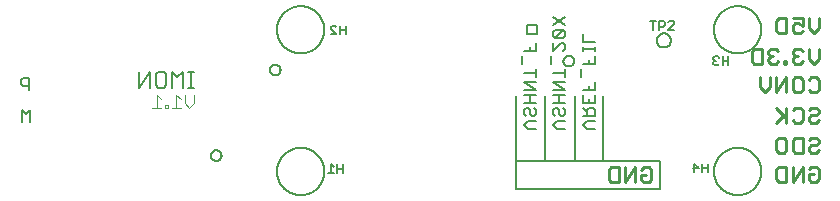
<source format=gbo>
G75*
%MOIN*%
%OFA0B0*%
%FSLAX25Y25*%
%IPPOS*%
%LPD*%
%AMOC8*
5,1,8,0,0,1.08239X$1,22.5*
%
%ADD10C,0.00500*%
%ADD11C,0.00400*%
%ADD12C,0.00900*%
%ADD13C,0.00700*%
%ADD14C,0.00591*%
%ADD15C,0.00787*%
D10*
X0124831Y0008730D02*
X0126730Y0008730D01*
X0125780Y0008730D02*
X0125780Y0011579D01*
X0126730Y0010630D01*
X0127912Y0010155D02*
X0129811Y0010155D01*
X0129811Y0011579D02*
X0129811Y0008730D01*
X0127912Y0008730D02*
X0127912Y0011579D01*
X0079948Y0037077D02*
X0078144Y0037077D01*
X0079046Y0037077D02*
X0079046Y0042487D01*
X0079948Y0042487D02*
X0078144Y0042487D01*
X0076323Y0042487D02*
X0074519Y0040684D01*
X0072716Y0042487D01*
X0072716Y0037077D01*
X0070885Y0037978D02*
X0069983Y0037077D01*
X0068180Y0037077D01*
X0067278Y0037978D01*
X0067278Y0041585D01*
X0068180Y0042487D01*
X0069983Y0042487D01*
X0070885Y0041585D01*
X0070885Y0037978D01*
X0076323Y0037077D02*
X0076323Y0042487D01*
X0065447Y0042487D02*
X0061840Y0037077D01*
X0061840Y0042487D01*
X0065447Y0042487D02*
X0065447Y0037077D01*
X0125618Y0054990D02*
X0127517Y0054990D01*
X0125618Y0056889D01*
X0125618Y0057364D01*
X0126093Y0057839D01*
X0127042Y0057839D01*
X0127517Y0057364D01*
X0128699Y0057839D02*
X0128699Y0054990D01*
X0128699Y0056415D02*
X0130599Y0056415D01*
X0130599Y0057839D02*
X0130599Y0054990D01*
X0232022Y0059414D02*
X0233922Y0059414D01*
X0232972Y0059414D02*
X0232972Y0056565D01*
X0235104Y0056565D02*
X0235104Y0059414D01*
X0236528Y0059414D01*
X0237003Y0058939D01*
X0237003Y0057989D01*
X0236528Y0057515D01*
X0235104Y0057515D01*
X0238185Y0056565D02*
X0240084Y0058464D01*
X0240084Y0058939D01*
X0239610Y0059414D01*
X0238660Y0059414D01*
X0238185Y0058939D01*
X0238185Y0056565D02*
X0240084Y0056565D01*
X0253177Y0047128D02*
X0253652Y0047603D01*
X0254601Y0047603D01*
X0255076Y0047128D01*
X0256258Y0047603D02*
X0256258Y0044754D01*
X0255076Y0045229D02*
X0254601Y0044754D01*
X0253652Y0044754D01*
X0253177Y0045229D01*
X0253177Y0045704D01*
X0253652Y0046178D01*
X0254127Y0046178D01*
X0253652Y0046178D02*
X0253177Y0046653D01*
X0253177Y0047128D01*
X0256258Y0046178D02*
X0258158Y0046178D01*
X0258158Y0044754D02*
X0258158Y0047603D01*
X0251404Y0011776D02*
X0251404Y0008927D01*
X0249505Y0008927D02*
X0249505Y0011776D01*
X0249505Y0010352D02*
X0251404Y0010352D01*
X0248323Y0010352D02*
X0246899Y0011776D01*
X0246899Y0008927D01*
X0246424Y0010352D02*
X0248323Y0010352D01*
D11*
X0079998Y0031973D02*
X0078555Y0030531D01*
X0077112Y0031973D01*
X0077112Y0034859D01*
X0075647Y0033416D02*
X0074205Y0034859D01*
X0074205Y0030531D01*
X0075647Y0030531D02*
X0072762Y0030531D01*
X0071297Y0030531D02*
X0070576Y0030531D01*
X0070576Y0031252D01*
X0071297Y0031252D01*
X0071297Y0030531D01*
X0069122Y0030531D02*
X0066237Y0030531D01*
X0067680Y0030531D02*
X0067680Y0034859D01*
X0069122Y0033416D01*
X0079998Y0034859D02*
X0079998Y0031973D01*
D12*
X0218288Y0009759D02*
X0218288Y0006419D01*
X0219123Y0005584D01*
X0221628Y0005584D01*
X0221628Y0010594D01*
X0219123Y0010594D01*
X0218288Y0009759D01*
X0223726Y0010594D02*
X0223726Y0005584D01*
X0227066Y0010594D01*
X0227066Y0005584D01*
X0229164Y0006419D02*
X0229164Y0008089D01*
X0230834Y0008089D01*
X0232504Y0009759D02*
X0232504Y0006419D01*
X0231669Y0005584D01*
X0229999Y0005584D01*
X0229164Y0006419D01*
X0229164Y0009759D02*
X0229999Y0010594D01*
X0231669Y0010594D01*
X0232504Y0009759D01*
X0274194Y0009956D02*
X0274194Y0006616D01*
X0275029Y0005781D01*
X0277534Y0005781D01*
X0277534Y0010791D01*
X0275029Y0010791D01*
X0274194Y0009956D01*
X0279631Y0010791D02*
X0279631Y0005781D01*
X0282971Y0010791D01*
X0282971Y0005781D01*
X0285069Y0006616D02*
X0285069Y0008286D01*
X0286739Y0008286D01*
X0288409Y0009956D02*
X0288409Y0006616D01*
X0287574Y0005781D01*
X0285904Y0005781D01*
X0285069Y0006616D01*
X0285069Y0009956D02*
X0285904Y0010791D01*
X0287574Y0010791D01*
X0288409Y0009956D01*
X0287574Y0015426D02*
X0285904Y0015426D01*
X0285069Y0016261D01*
X0285069Y0017096D01*
X0285904Y0017931D01*
X0287574Y0017931D01*
X0288409Y0018766D01*
X0288409Y0019601D01*
X0287574Y0020436D01*
X0285904Y0020436D01*
X0285069Y0019601D01*
X0282971Y0020436D02*
X0280466Y0020436D01*
X0279631Y0019601D01*
X0279631Y0016261D01*
X0280466Y0015426D01*
X0282971Y0015426D01*
X0282971Y0020436D01*
X0277534Y0019601D02*
X0277534Y0016261D01*
X0276699Y0015426D01*
X0275029Y0015426D01*
X0274194Y0016261D01*
X0274194Y0019601D01*
X0275029Y0020436D01*
X0276699Y0020436D01*
X0277534Y0019601D01*
X0287574Y0015426D02*
X0288409Y0016261D01*
X0287574Y0025466D02*
X0285904Y0025466D01*
X0285069Y0026301D01*
X0285069Y0027136D01*
X0285904Y0027971D01*
X0287574Y0027971D01*
X0288409Y0028806D01*
X0288409Y0029641D01*
X0287574Y0030476D01*
X0285904Y0030476D01*
X0285069Y0029641D01*
X0282971Y0029641D02*
X0282136Y0030476D01*
X0280466Y0030476D01*
X0279631Y0029641D01*
X0277534Y0030476D02*
X0277534Y0025466D01*
X0279631Y0026301D02*
X0280466Y0025466D01*
X0282136Y0025466D01*
X0282971Y0026301D01*
X0282971Y0029641D01*
X0277534Y0027136D02*
X0274194Y0030476D01*
X0276699Y0027971D02*
X0274194Y0025466D01*
X0287574Y0025466D02*
X0288409Y0026301D01*
X0287574Y0035702D02*
X0285904Y0035702D01*
X0285069Y0036537D01*
X0282971Y0036537D02*
X0282136Y0035702D01*
X0280466Y0035702D01*
X0279631Y0036537D01*
X0279631Y0039877D01*
X0280466Y0040712D01*
X0282136Y0040712D01*
X0282971Y0039877D01*
X0282971Y0036537D01*
X0277534Y0035702D02*
X0277534Y0040712D01*
X0274194Y0035702D01*
X0274194Y0040712D01*
X0272096Y0040712D02*
X0272096Y0037372D01*
X0270426Y0035702D01*
X0268756Y0037372D01*
X0268756Y0040712D01*
X0269377Y0045151D02*
X0266872Y0045151D01*
X0266037Y0045986D01*
X0266037Y0049326D01*
X0266872Y0050161D01*
X0269377Y0050161D01*
X0269377Y0045151D01*
X0271475Y0045986D02*
X0272310Y0045151D01*
X0273980Y0045151D01*
X0274815Y0045986D01*
X0276699Y0045986D02*
X0276699Y0045151D01*
X0277534Y0045151D01*
X0277534Y0045986D01*
X0276699Y0045986D01*
X0279631Y0045986D02*
X0279631Y0046821D01*
X0280466Y0047656D01*
X0281301Y0047656D01*
X0280466Y0047656D02*
X0279631Y0048491D01*
X0279631Y0049326D01*
X0280466Y0050161D01*
X0282136Y0050161D01*
X0282971Y0049326D01*
X0285069Y0050161D02*
X0285069Y0046821D01*
X0286739Y0045151D01*
X0288409Y0046821D01*
X0288409Y0050161D01*
X0282971Y0045986D02*
X0282136Y0045151D01*
X0280466Y0045151D01*
X0279631Y0045986D01*
X0273145Y0047656D02*
X0272310Y0047656D01*
X0271475Y0046821D01*
X0271475Y0045986D01*
X0272310Y0047656D02*
X0271475Y0048491D01*
X0271475Y0049326D01*
X0272310Y0050161D01*
X0273980Y0050161D01*
X0274815Y0049326D01*
X0275029Y0055387D02*
X0274194Y0056222D01*
X0274194Y0059562D01*
X0275029Y0060397D01*
X0277534Y0060397D01*
X0277534Y0055387D01*
X0275029Y0055387D01*
X0279631Y0056222D02*
X0280466Y0055387D01*
X0282136Y0055387D01*
X0282971Y0056222D01*
X0285069Y0057057D02*
X0286739Y0055387D01*
X0288409Y0057057D01*
X0288409Y0060397D01*
X0285069Y0060397D02*
X0285069Y0057057D01*
X0282971Y0057892D02*
X0281301Y0058727D01*
X0280466Y0058727D01*
X0279631Y0057892D01*
X0279631Y0056222D01*
X0282971Y0057892D02*
X0282971Y0060397D01*
X0279631Y0060397D01*
X0285904Y0040712D02*
X0287574Y0040712D01*
X0288409Y0039877D01*
X0288409Y0036537D01*
X0287574Y0035702D01*
X0285069Y0039877D02*
X0285904Y0040712D01*
D13*
X0213709Y0039133D02*
X0213709Y0036448D01*
X0209681Y0036448D01*
X0211695Y0036448D02*
X0211695Y0037790D01*
X0203867Y0036448D02*
X0199839Y0039133D01*
X0203867Y0039133D01*
X0203867Y0040798D02*
X0203867Y0043483D01*
X0203867Y0042141D02*
X0199839Y0042141D01*
X0194024Y0042141D02*
X0189996Y0042141D01*
X0194024Y0040798D02*
X0194024Y0043483D01*
X0189325Y0045148D02*
X0189325Y0047833D01*
X0189996Y0049498D02*
X0194024Y0049498D01*
X0194024Y0052184D01*
X0192010Y0050841D02*
X0192010Y0049498D01*
X0199168Y0047833D02*
X0199168Y0045148D01*
X0209010Y0043483D02*
X0209010Y0040798D01*
X0203867Y0036448D02*
X0199839Y0036448D01*
X0199839Y0034783D02*
X0203867Y0034783D01*
X0201853Y0034783D02*
X0201853Y0032098D01*
X0199839Y0032098D02*
X0203867Y0032098D01*
X0209681Y0032098D02*
X0209681Y0034783D01*
X0213709Y0034783D02*
X0213709Y0032098D01*
X0209681Y0032098D01*
X0211695Y0032098D02*
X0211695Y0033440D01*
X0211695Y0030433D02*
X0211024Y0029761D01*
X0211024Y0027747D01*
X0209681Y0027747D02*
X0213709Y0027747D01*
X0213709Y0029761D01*
X0213038Y0030433D01*
X0211695Y0030433D01*
X0211024Y0029090D02*
X0209681Y0030433D01*
X0203867Y0029761D02*
X0203867Y0028419D01*
X0203196Y0027747D01*
X0202524Y0027747D01*
X0201853Y0028419D01*
X0201853Y0029761D01*
X0201182Y0030433D01*
X0200510Y0030433D01*
X0199839Y0029761D01*
X0199839Y0028419D01*
X0200510Y0027747D01*
X0201182Y0026082D02*
X0203867Y0026082D01*
X0201182Y0026082D02*
X0199839Y0024740D01*
X0201182Y0023397D01*
X0203867Y0023397D01*
X0209681Y0024740D02*
X0211024Y0026082D01*
X0213709Y0026082D01*
X0211024Y0023397D02*
X0209681Y0024740D01*
X0211024Y0023397D02*
X0213709Y0023397D01*
X0194024Y0023397D02*
X0191339Y0023397D01*
X0189996Y0024740D01*
X0191339Y0026082D01*
X0194024Y0026082D01*
X0193353Y0027747D02*
X0192682Y0027747D01*
X0192010Y0028419D01*
X0192010Y0029761D01*
X0191339Y0030433D01*
X0190668Y0030433D01*
X0189996Y0029761D01*
X0189996Y0028419D01*
X0190668Y0027747D01*
X0193353Y0027747D02*
X0194024Y0028419D01*
X0194024Y0029761D01*
X0193353Y0030433D01*
X0194024Y0032098D02*
X0189996Y0032098D01*
X0192010Y0032098D02*
X0192010Y0034783D01*
X0194024Y0034783D02*
X0189996Y0034783D01*
X0189996Y0036448D02*
X0194024Y0036448D01*
X0189996Y0039133D01*
X0194024Y0039133D01*
X0209681Y0045148D02*
X0213709Y0045148D01*
X0213709Y0047833D01*
X0213709Y0049498D02*
X0213709Y0050841D01*
X0213709Y0050170D02*
X0209681Y0050170D01*
X0209681Y0050841D02*
X0209681Y0049498D01*
X0203867Y0050170D02*
X0203196Y0049498D01*
X0203867Y0050170D02*
X0203867Y0051512D01*
X0203196Y0052184D01*
X0202524Y0052184D01*
X0199839Y0049498D01*
X0199839Y0052184D01*
X0200510Y0053848D02*
X0203196Y0056534D01*
X0200510Y0056534D01*
X0199839Y0055862D01*
X0199839Y0054520D01*
X0200510Y0053848D01*
X0203196Y0053848D01*
X0203867Y0054520D01*
X0203867Y0055862D01*
X0203196Y0056534D01*
X0203867Y0058199D02*
X0199839Y0060884D01*
X0199839Y0058199D02*
X0203867Y0060884D01*
X0209681Y0055084D02*
X0209681Y0052398D01*
X0213709Y0052398D01*
X0211695Y0046491D02*
X0211695Y0045148D01*
X0203196Y0030433D02*
X0203867Y0029761D01*
X0025517Y0029787D02*
X0025517Y0025759D01*
X0022832Y0025759D02*
X0022832Y0029787D01*
X0024174Y0028445D01*
X0025517Y0029787D01*
X0025123Y0036389D02*
X0025123Y0040417D01*
X0023109Y0040417D01*
X0022438Y0039746D01*
X0022438Y0038403D01*
X0023109Y0037732D01*
X0025123Y0037732D01*
D14*
X0085709Y0014583D02*
X0085711Y0014667D01*
X0085717Y0014750D01*
X0085727Y0014833D01*
X0085741Y0014916D01*
X0085758Y0014998D01*
X0085780Y0015079D01*
X0085805Y0015158D01*
X0085834Y0015237D01*
X0085867Y0015314D01*
X0085903Y0015389D01*
X0085943Y0015463D01*
X0085986Y0015535D01*
X0086033Y0015604D01*
X0086083Y0015671D01*
X0086136Y0015736D01*
X0086192Y0015798D01*
X0086250Y0015858D01*
X0086312Y0015915D01*
X0086376Y0015968D01*
X0086443Y0016019D01*
X0086512Y0016066D01*
X0086583Y0016111D01*
X0086656Y0016151D01*
X0086731Y0016188D01*
X0086808Y0016222D01*
X0086886Y0016252D01*
X0086965Y0016278D01*
X0087046Y0016301D01*
X0087128Y0016319D01*
X0087210Y0016334D01*
X0087293Y0016345D01*
X0087376Y0016352D01*
X0087460Y0016355D01*
X0087544Y0016354D01*
X0087627Y0016349D01*
X0087711Y0016340D01*
X0087793Y0016327D01*
X0087875Y0016311D01*
X0087956Y0016290D01*
X0088037Y0016266D01*
X0088115Y0016238D01*
X0088193Y0016206D01*
X0088269Y0016170D01*
X0088343Y0016131D01*
X0088415Y0016089D01*
X0088485Y0016043D01*
X0088553Y0015994D01*
X0088618Y0015942D01*
X0088681Y0015887D01*
X0088741Y0015829D01*
X0088799Y0015768D01*
X0088853Y0015704D01*
X0088905Y0015638D01*
X0088953Y0015570D01*
X0088998Y0015499D01*
X0089039Y0015426D01*
X0089078Y0015352D01*
X0089112Y0015276D01*
X0089143Y0015198D01*
X0089170Y0015119D01*
X0089194Y0015038D01*
X0089213Y0014957D01*
X0089229Y0014875D01*
X0089241Y0014792D01*
X0089249Y0014708D01*
X0089253Y0014625D01*
X0089253Y0014541D01*
X0089249Y0014458D01*
X0089241Y0014374D01*
X0089229Y0014291D01*
X0089213Y0014209D01*
X0089194Y0014128D01*
X0089170Y0014047D01*
X0089143Y0013968D01*
X0089112Y0013890D01*
X0089078Y0013814D01*
X0089039Y0013740D01*
X0088998Y0013667D01*
X0088953Y0013596D01*
X0088905Y0013528D01*
X0088853Y0013462D01*
X0088799Y0013398D01*
X0088741Y0013337D01*
X0088681Y0013279D01*
X0088618Y0013224D01*
X0088553Y0013172D01*
X0088485Y0013123D01*
X0088415Y0013077D01*
X0088343Y0013035D01*
X0088269Y0012996D01*
X0088193Y0012960D01*
X0088115Y0012928D01*
X0088037Y0012900D01*
X0087956Y0012876D01*
X0087875Y0012855D01*
X0087793Y0012839D01*
X0087711Y0012826D01*
X0087627Y0012817D01*
X0087544Y0012812D01*
X0087460Y0012811D01*
X0087376Y0012814D01*
X0087293Y0012821D01*
X0087210Y0012832D01*
X0087128Y0012847D01*
X0087046Y0012865D01*
X0086965Y0012888D01*
X0086886Y0012914D01*
X0086808Y0012944D01*
X0086731Y0012978D01*
X0086656Y0013015D01*
X0086583Y0013055D01*
X0086512Y0013100D01*
X0086443Y0013147D01*
X0086376Y0013198D01*
X0086312Y0013251D01*
X0086250Y0013308D01*
X0086192Y0013368D01*
X0086136Y0013430D01*
X0086083Y0013495D01*
X0086033Y0013562D01*
X0085986Y0013631D01*
X0085943Y0013703D01*
X0085903Y0013777D01*
X0085867Y0013852D01*
X0085834Y0013929D01*
X0085805Y0014008D01*
X0085780Y0014087D01*
X0085758Y0014168D01*
X0085741Y0014250D01*
X0085727Y0014333D01*
X0085717Y0014416D01*
X0085711Y0014499D01*
X0085709Y0014583D01*
X0187284Y0012811D02*
X0187284Y0003559D01*
X0187481Y0003362D01*
X0235513Y0003362D01*
X0235513Y0012811D01*
X0216418Y0012811D01*
X0216418Y0034465D01*
X0206969Y0034465D02*
X0206969Y0012811D01*
X0216418Y0012811D01*
X0206969Y0012811D02*
X0197127Y0012811D01*
X0197127Y0034465D01*
X0187284Y0034465D02*
X0187284Y0012811D01*
X0197127Y0012811D01*
X0105394Y0043126D02*
X0105396Y0043210D01*
X0105402Y0043293D01*
X0105412Y0043376D01*
X0105426Y0043459D01*
X0105443Y0043541D01*
X0105465Y0043622D01*
X0105490Y0043701D01*
X0105519Y0043780D01*
X0105552Y0043857D01*
X0105588Y0043932D01*
X0105628Y0044006D01*
X0105671Y0044078D01*
X0105718Y0044147D01*
X0105768Y0044214D01*
X0105821Y0044279D01*
X0105877Y0044341D01*
X0105935Y0044401D01*
X0105997Y0044458D01*
X0106061Y0044511D01*
X0106128Y0044562D01*
X0106197Y0044609D01*
X0106268Y0044654D01*
X0106341Y0044694D01*
X0106416Y0044731D01*
X0106493Y0044765D01*
X0106571Y0044795D01*
X0106650Y0044821D01*
X0106731Y0044844D01*
X0106813Y0044862D01*
X0106895Y0044877D01*
X0106978Y0044888D01*
X0107061Y0044895D01*
X0107145Y0044898D01*
X0107229Y0044897D01*
X0107312Y0044892D01*
X0107396Y0044883D01*
X0107478Y0044870D01*
X0107560Y0044854D01*
X0107641Y0044833D01*
X0107722Y0044809D01*
X0107800Y0044781D01*
X0107878Y0044749D01*
X0107954Y0044713D01*
X0108028Y0044674D01*
X0108100Y0044632D01*
X0108170Y0044586D01*
X0108238Y0044537D01*
X0108303Y0044485D01*
X0108366Y0044430D01*
X0108426Y0044372D01*
X0108484Y0044311D01*
X0108538Y0044247D01*
X0108590Y0044181D01*
X0108638Y0044113D01*
X0108683Y0044042D01*
X0108724Y0043969D01*
X0108763Y0043895D01*
X0108797Y0043819D01*
X0108828Y0043741D01*
X0108855Y0043662D01*
X0108879Y0043581D01*
X0108898Y0043500D01*
X0108914Y0043418D01*
X0108926Y0043335D01*
X0108934Y0043251D01*
X0108938Y0043168D01*
X0108938Y0043084D01*
X0108934Y0043001D01*
X0108926Y0042917D01*
X0108914Y0042834D01*
X0108898Y0042752D01*
X0108879Y0042671D01*
X0108855Y0042590D01*
X0108828Y0042511D01*
X0108797Y0042433D01*
X0108763Y0042357D01*
X0108724Y0042283D01*
X0108683Y0042210D01*
X0108638Y0042139D01*
X0108590Y0042071D01*
X0108538Y0042005D01*
X0108484Y0041941D01*
X0108426Y0041880D01*
X0108366Y0041822D01*
X0108303Y0041767D01*
X0108238Y0041715D01*
X0108170Y0041666D01*
X0108100Y0041620D01*
X0108028Y0041578D01*
X0107954Y0041539D01*
X0107878Y0041503D01*
X0107800Y0041471D01*
X0107722Y0041443D01*
X0107641Y0041419D01*
X0107560Y0041398D01*
X0107478Y0041382D01*
X0107396Y0041369D01*
X0107312Y0041360D01*
X0107229Y0041355D01*
X0107145Y0041354D01*
X0107061Y0041357D01*
X0106978Y0041364D01*
X0106895Y0041375D01*
X0106813Y0041390D01*
X0106731Y0041408D01*
X0106650Y0041431D01*
X0106571Y0041457D01*
X0106493Y0041487D01*
X0106416Y0041521D01*
X0106341Y0041558D01*
X0106268Y0041598D01*
X0106197Y0041643D01*
X0106128Y0041690D01*
X0106061Y0041741D01*
X0105997Y0041794D01*
X0105935Y0041851D01*
X0105877Y0041911D01*
X0105821Y0041973D01*
X0105768Y0042038D01*
X0105718Y0042105D01*
X0105671Y0042174D01*
X0105628Y0042246D01*
X0105588Y0042320D01*
X0105552Y0042395D01*
X0105519Y0042472D01*
X0105490Y0042551D01*
X0105465Y0042630D01*
X0105443Y0042711D01*
X0105426Y0042793D01*
X0105412Y0042876D01*
X0105402Y0042959D01*
X0105396Y0043042D01*
X0105394Y0043126D01*
X0191221Y0054937D02*
X0194371Y0054937D01*
X0194371Y0058087D01*
X0191221Y0058087D01*
X0191221Y0054937D01*
X0203229Y0046079D02*
X0203231Y0046163D01*
X0203237Y0046246D01*
X0203247Y0046329D01*
X0203261Y0046412D01*
X0203278Y0046494D01*
X0203300Y0046575D01*
X0203325Y0046654D01*
X0203354Y0046733D01*
X0203387Y0046810D01*
X0203423Y0046885D01*
X0203463Y0046959D01*
X0203506Y0047031D01*
X0203553Y0047100D01*
X0203603Y0047167D01*
X0203656Y0047232D01*
X0203712Y0047294D01*
X0203770Y0047354D01*
X0203832Y0047411D01*
X0203896Y0047464D01*
X0203963Y0047515D01*
X0204032Y0047562D01*
X0204103Y0047607D01*
X0204176Y0047647D01*
X0204251Y0047684D01*
X0204328Y0047718D01*
X0204406Y0047748D01*
X0204485Y0047774D01*
X0204566Y0047797D01*
X0204648Y0047815D01*
X0204730Y0047830D01*
X0204813Y0047841D01*
X0204896Y0047848D01*
X0204980Y0047851D01*
X0205064Y0047850D01*
X0205147Y0047845D01*
X0205231Y0047836D01*
X0205313Y0047823D01*
X0205395Y0047807D01*
X0205476Y0047786D01*
X0205557Y0047762D01*
X0205635Y0047734D01*
X0205713Y0047702D01*
X0205789Y0047666D01*
X0205863Y0047627D01*
X0205935Y0047585D01*
X0206005Y0047539D01*
X0206073Y0047490D01*
X0206138Y0047438D01*
X0206201Y0047383D01*
X0206261Y0047325D01*
X0206319Y0047264D01*
X0206373Y0047200D01*
X0206425Y0047134D01*
X0206473Y0047066D01*
X0206518Y0046995D01*
X0206559Y0046922D01*
X0206598Y0046848D01*
X0206632Y0046772D01*
X0206663Y0046694D01*
X0206690Y0046615D01*
X0206714Y0046534D01*
X0206733Y0046453D01*
X0206749Y0046371D01*
X0206761Y0046288D01*
X0206769Y0046204D01*
X0206773Y0046121D01*
X0206773Y0046037D01*
X0206769Y0045954D01*
X0206761Y0045870D01*
X0206749Y0045787D01*
X0206733Y0045705D01*
X0206714Y0045624D01*
X0206690Y0045543D01*
X0206663Y0045464D01*
X0206632Y0045386D01*
X0206598Y0045310D01*
X0206559Y0045236D01*
X0206518Y0045163D01*
X0206473Y0045092D01*
X0206425Y0045024D01*
X0206373Y0044958D01*
X0206319Y0044894D01*
X0206261Y0044833D01*
X0206201Y0044775D01*
X0206138Y0044720D01*
X0206073Y0044668D01*
X0206005Y0044619D01*
X0205935Y0044573D01*
X0205863Y0044531D01*
X0205789Y0044492D01*
X0205713Y0044456D01*
X0205635Y0044424D01*
X0205557Y0044396D01*
X0205476Y0044372D01*
X0205395Y0044351D01*
X0205313Y0044335D01*
X0205231Y0044322D01*
X0205147Y0044313D01*
X0205064Y0044308D01*
X0204980Y0044307D01*
X0204896Y0044310D01*
X0204813Y0044317D01*
X0204730Y0044328D01*
X0204648Y0044343D01*
X0204566Y0044361D01*
X0204485Y0044384D01*
X0204406Y0044410D01*
X0204328Y0044440D01*
X0204251Y0044474D01*
X0204176Y0044511D01*
X0204103Y0044551D01*
X0204032Y0044596D01*
X0203963Y0044643D01*
X0203896Y0044694D01*
X0203832Y0044747D01*
X0203770Y0044804D01*
X0203712Y0044864D01*
X0203656Y0044926D01*
X0203603Y0044991D01*
X0203553Y0045058D01*
X0203506Y0045127D01*
X0203463Y0045199D01*
X0203423Y0045273D01*
X0203387Y0045348D01*
X0203354Y0045425D01*
X0203325Y0045504D01*
X0203300Y0045583D01*
X0203278Y0045664D01*
X0203261Y0045746D01*
X0203247Y0045829D01*
X0203237Y0045912D01*
X0203231Y0045995D01*
X0203229Y0046079D01*
X0234332Y0052969D02*
X0234334Y0053066D01*
X0234340Y0053163D01*
X0234350Y0053259D01*
X0234364Y0053355D01*
X0234382Y0053451D01*
X0234403Y0053545D01*
X0234429Y0053639D01*
X0234458Y0053731D01*
X0234492Y0053822D01*
X0234528Y0053912D01*
X0234569Y0054000D01*
X0234613Y0054086D01*
X0234661Y0054171D01*
X0234712Y0054253D01*
X0234766Y0054334D01*
X0234824Y0054412D01*
X0234885Y0054487D01*
X0234948Y0054560D01*
X0235015Y0054631D01*
X0235085Y0054698D01*
X0235157Y0054763D01*
X0235232Y0054824D01*
X0235310Y0054883D01*
X0235389Y0054938D01*
X0235471Y0054990D01*
X0235555Y0055038D01*
X0235641Y0055083D01*
X0235729Y0055125D01*
X0235818Y0055163D01*
X0235909Y0055197D01*
X0236001Y0055227D01*
X0236094Y0055254D01*
X0236189Y0055276D01*
X0236284Y0055295D01*
X0236380Y0055310D01*
X0236476Y0055321D01*
X0236573Y0055328D01*
X0236670Y0055331D01*
X0236767Y0055330D01*
X0236864Y0055325D01*
X0236960Y0055316D01*
X0237056Y0055303D01*
X0237152Y0055286D01*
X0237247Y0055265D01*
X0237340Y0055241D01*
X0237433Y0055212D01*
X0237525Y0055180D01*
X0237615Y0055144D01*
X0237703Y0055105D01*
X0237790Y0055061D01*
X0237875Y0055015D01*
X0237958Y0054964D01*
X0238039Y0054911D01*
X0238117Y0054854D01*
X0238194Y0054794D01*
X0238267Y0054731D01*
X0238338Y0054665D01*
X0238406Y0054596D01*
X0238472Y0054524D01*
X0238534Y0054450D01*
X0238593Y0054373D01*
X0238649Y0054294D01*
X0238702Y0054212D01*
X0238752Y0054129D01*
X0238797Y0054043D01*
X0238840Y0053956D01*
X0238879Y0053867D01*
X0238914Y0053777D01*
X0238945Y0053685D01*
X0238972Y0053592D01*
X0238996Y0053498D01*
X0239016Y0053403D01*
X0239032Y0053307D01*
X0239044Y0053211D01*
X0239052Y0053114D01*
X0239056Y0053017D01*
X0239056Y0052921D01*
X0239052Y0052824D01*
X0239044Y0052727D01*
X0239032Y0052631D01*
X0239016Y0052535D01*
X0238996Y0052440D01*
X0238972Y0052346D01*
X0238945Y0052253D01*
X0238914Y0052161D01*
X0238879Y0052071D01*
X0238840Y0051982D01*
X0238797Y0051895D01*
X0238752Y0051809D01*
X0238702Y0051726D01*
X0238649Y0051644D01*
X0238593Y0051565D01*
X0238534Y0051488D01*
X0238472Y0051414D01*
X0238406Y0051342D01*
X0238338Y0051273D01*
X0238267Y0051207D01*
X0238194Y0051144D01*
X0238117Y0051084D01*
X0238039Y0051027D01*
X0237958Y0050974D01*
X0237875Y0050923D01*
X0237790Y0050877D01*
X0237703Y0050833D01*
X0237615Y0050794D01*
X0237525Y0050758D01*
X0237433Y0050726D01*
X0237340Y0050697D01*
X0237247Y0050673D01*
X0237152Y0050652D01*
X0237056Y0050635D01*
X0236960Y0050622D01*
X0236864Y0050613D01*
X0236767Y0050608D01*
X0236670Y0050607D01*
X0236573Y0050610D01*
X0236476Y0050617D01*
X0236380Y0050628D01*
X0236284Y0050643D01*
X0236189Y0050662D01*
X0236094Y0050684D01*
X0236001Y0050711D01*
X0235909Y0050741D01*
X0235818Y0050775D01*
X0235729Y0050813D01*
X0235641Y0050855D01*
X0235555Y0050900D01*
X0235471Y0050948D01*
X0235389Y0051000D01*
X0235310Y0051055D01*
X0235232Y0051114D01*
X0235157Y0051175D01*
X0235085Y0051240D01*
X0235015Y0051307D01*
X0234948Y0051378D01*
X0234885Y0051451D01*
X0234824Y0051526D01*
X0234766Y0051604D01*
X0234712Y0051685D01*
X0234661Y0051767D01*
X0234613Y0051852D01*
X0234569Y0051938D01*
X0234528Y0052026D01*
X0234492Y0052116D01*
X0234458Y0052207D01*
X0234429Y0052299D01*
X0234403Y0052393D01*
X0234382Y0052487D01*
X0234364Y0052583D01*
X0234350Y0052679D01*
X0234340Y0052775D01*
X0234334Y0052872D01*
X0234332Y0052969D01*
D15*
X0253426Y0056512D02*
X0253428Y0056705D01*
X0253435Y0056898D01*
X0253447Y0057091D01*
X0253464Y0057284D01*
X0253485Y0057476D01*
X0253511Y0057667D01*
X0253542Y0057858D01*
X0253577Y0058048D01*
X0253617Y0058237D01*
X0253662Y0058425D01*
X0253711Y0058612D01*
X0253765Y0058798D01*
X0253823Y0058982D01*
X0253886Y0059165D01*
X0253954Y0059346D01*
X0254025Y0059525D01*
X0254102Y0059703D01*
X0254182Y0059879D01*
X0254267Y0060052D01*
X0254356Y0060224D01*
X0254449Y0060393D01*
X0254546Y0060560D01*
X0254648Y0060725D01*
X0254753Y0060887D01*
X0254862Y0061046D01*
X0254976Y0061203D01*
X0255093Y0061356D01*
X0255213Y0061507D01*
X0255338Y0061655D01*
X0255466Y0061800D01*
X0255597Y0061941D01*
X0255732Y0062080D01*
X0255871Y0062215D01*
X0256012Y0062346D01*
X0256157Y0062474D01*
X0256305Y0062599D01*
X0256456Y0062719D01*
X0256609Y0062836D01*
X0256766Y0062950D01*
X0256925Y0063059D01*
X0257087Y0063164D01*
X0257252Y0063266D01*
X0257419Y0063363D01*
X0257588Y0063456D01*
X0257760Y0063545D01*
X0257933Y0063630D01*
X0258109Y0063710D01*
X0258287Y0063787D01*
X0258466Y0063858D01*
X0258647Y0063926D01*
X0258830Y0063989D01*
X0259014Y0064047D01*
X0259200Y0064101D01*
X0259387Y0064150D01*
X0259575Y0064195D01*
X0259764Y0064235D01*
X0259954Y0064270D01*
X0260145Y0064301D01*
X0260336Y0064327D01*
X0260528Y0064348D01*
X0260721Y0064365D01*
X0260914Y0064377D01*
X0261107Y0064384D01*
X0261300Y0064386D01*
X0261493Y0064384D01*
X0261686Y0064377D01*
X0261879Y0064365D01*
X0262072Y0064348D01*
X0262264Y0064327D01*
X0262455Y0064301D01*
X0262646Y0064270D01*
X0262836Y0064235D01*
X0263025Y0064195D01*
X0263213Y0064150D01*
X0263400Y0064101D01*
X0263586Y0064047D01*
X0263770Y0063989D01*
X0263953Y0063926D01*
X0264134Y0063858D01*
X0264313Y0063787D01*
X0264491Y0063710D01*
X0264667Y0063630D01*
X0264840Y0063545D01*
X0265012Y0063456D01*
X0265181Y0063363D01*
X0265348Y0063266D01*
X0265513Y0063164D01*
X0265675Y0063059D01*
X0265834Y0062950D01*
X0265991Y0062836D01*
X0266144Y0062719D01*
X0266295Y0062599D01*
X0266443Y0062474D01*
X0266588Y0062346D01*
X0266729Y0062215D01*
X0266868Y0062080D01*
X0267003Y0061941D01*
X0267134Y0061800D01*
X0267262Y0061655D01*
X0267387Y0061507D01*
X0267507Y0061356D01*
X0267624Y0061203D01*
X0267738Y0061046D01*
X0267847Y0060887D01*
X0267952Y0060725D01*
X0268054Y0060560D01*
X0268151Y0060393D01*
X0268244Y0060224D01*
X0268333Y0060052D01*
X0268418Y0059879D01*
X0268498Y0059703D01*
X0268575Y0059525D01*
X0268646Y0059346D01*
X0268714Y0059165D01*
X0268777Y0058982D01*
X0268835Y0058798D01*
X0268889Y0058612D01*
X0268938Y0058425D01*
X0268983Y0058237D01*
X0269023Y0058048D01*
X0269058Y0057858D01*
X0269089Y0057667D01*
X0269115Y0057476D01*
X0269136Y0057284D01*
X0269153Y0057091D01*
X0269165Y0056898D01*
X0269172Y0056705D01*
X0269174Y0056512D01*
X0269172Y0056319D01*
X0269165Y0056126D01*
X0269153Y0055933D01*
X0269136Y0055740D01*
X0269115Y0055548D01*
X0269089Y0055357D01*
X0269058Y0055166D01*
X0269023Y0054976D01*
X0268983Y0054787D01*
X0268938Y0054599D01*
X0268889Y0054412D01*
X0268835Y0054226D01*
X0268777Y0054042D01*
X0268714Y0053859D01*
X0268646Y0053678D01*
X0268575Y0053499D01*
X0268498Y0053321D01*
X0268418Y0053145D01*
X0268333Y0052972D01*
X0268244Y0052800D01*
X0268151Y0052631D01*
X0268054Y0052464D01*
X0267952Y0052299D01*
X0267847Y0052137D01*
X0267738Y0051978D01*
X0267624Y0051821D01*
X0267507Y0051668D01*
X0267387Y0051517D01*
X0267262Y0051369D01*
X0267134Y0051224D01*
X0267003Y0051083D01*
X0266868Y0050944D01*
X0266729Y0050809D01*
X0266588Y0050678D01*
X0266443Y0050550D01*
X0266295Y0050425D01*
X0266144Y0050305D01*
X0265991Y0050188D01*
X0265834Y0050074D01*
X0265675Y0049965D01*
X0265513Y0049860D01*
X0265348Y0049758D01*
X0265181Y0049661D01*
X0265012Y0049568D01*
X0264840Y0049479D01*
X0264667Y0049394D01*
X0264491Y0049314D01*
X0264313Y0049237D01*
X0264134Y0049166D01*
X0263953Y0049098D01*
X0263770Y0049035D01*
X0263586Y0048977D01*
X0263400Y0048923D01*
X0263213Y0048874D01*
X0263025Y0048829D01*
X0262836Y0048789D01*
X0262646Y0048754D01*
X0262455Y0048723D01*
X0262264Y0048697D01*
X0262072Y0048676D01*
X0261879Y0048659D01*
X0261686Y0048647D01*
X0261493Y0048640D01*
X0261300Y0048638D01*
X0261107Y0048640D01*
X0260914Y0048647D01*
X0260721Y0048659D01*
X0260528Y0048676D01*
X0260336Y0048697D01*
X0260145Y0048723D01*
X0259954Y0048754D01*
X0259764Y0048789D01*
X0259575Y0048829D01*
X0259387Y0048874D01*
X0259200Y0048923D01*
X0259014Y0048977D01*
X0258830Y0049035D01*
X0258647Y0049098D01*
X0258466Y0049166D01*
X0258287Y0049237D01*
X0258109Y0049314D01*
X0257933Y0049394D01*
X0257760Y0049479D01*
X0257588Y0049568D01*
X0257419Y0049661D01*
X0257252Y0049758D01*
X0257087Y0049860D01*
X0256925Y0049965D01*
X0256766Y0050074D01*
X0256609Y0050188D01*
X0256456Y0050305D01*
X0256305Y0050425D01*
X0256157Y0050550D01*
X0256012Y0050678D01*
X0255871Y0050809D01*
X0255732Y0050944D01*
X0255597Y0051083D01*
X0255466Y0051224D01*
X0255338Y0051369D01*
X0255213Y0051517D01*
X0255093Y0051668D01*
X0254976Y0051821D01*
X0254862Y0051978D01*
X0254753Y0052137D01*
X0254648Y0052299D01*
X0254546Y0052464D01*
X0254449Y0052631D01*
X0254356Y0052800D01*
X0254267Y0052972D01*
X0254182Y0053145D01*
X0254102Y0053321D01*
X0254025Y0053499D01*
X0253954Y0053678D01*
X0253886Y0053859D01*
X0253823Y0054042D01*
X0253765Y0054226D01*
X0253711Y0054412D01*
X0253662Y0054599D01*
X0253617Y0054787D01*
X0253577Y0054976D01*
X0253542Y0055166D01*
X0253511Y0055357D01*
X0253485Y0055548D01*
X0253464Y0055740D01*
X0253447Y0055933D01*
X0253435Y0056126D01*
X0253428Y0056319D01*
X0253426Y0056512D01*
X0107757Y0056512D02*
X0107759Y0056705D01*
X0107766Y0056898D01*
X0107778Y0057091D01*
X0107795Y0057284D01*
X0107816Y0057476D01*
X0107842Y0057667D01*
X0107873Y0057858D01*
X0107908Y0058048D01*
X0107948Y0058237D01*
X0107993Y0058425D01*
X0108042Y0058612D01*
X0108096Y0058798D01*
X0108154Y0058982D01*
X0108217Y0059165D01*
X0108285Y0059346D01*
X0108356Y0059525D01*
X0108433Y0059703D01*
X0108513Y0059879D01*
X0108598Y0060052D01*
X0108687Y0060224D01*
X0108780Y0060393D01*
X0108877Y0060560D01*
X0108979Y0060725D01*
X0109084Y0060887D01*
X0109193Y0061046D01*
X0109307Y0061203D01*
X0109424Y0061356D01*
X0109544Y0061507D01*
X0109669Y0061655D01*
X0109797Y0061800D01*
X0109928Y0061941D01*
X0110063Y0062080D01*
X0110202Y0062215D01*
X0110343Y0062346D01*
X0110488Y0062474D01*
X0110636Y0062599D01*
X0110787Y0062719D01*
X0110940Y0062836D01*
X0111097Y0062950D01*
X0111256Y0063059D01*
X0111418Y0063164D01*
X0111583Y0063266D01*
X0111750Y0063363D01*
X0111919Y0063456D01*
X0112091Y0063545D01*
X0112264Y0063630D01*
X0112440Y0063710D01*
X0112618Y0063787D01*
X0112797Y0063858D01*
X0112978Y0063926D01*
X0113161Y0063989D01*
X0113345Y0064047D01*
X0113531Y0064101D01*
X0113718Y0064150D01*
X0113906Y0064195D01*
X0114095Y0064235D01*
X0114285Y0064270D01*
X0114476Y0064301D01*
X0114667Y0064327D01*
X0114859Y0064348D01*
X0115052Y0064365D01*
X0115245Y0064377D01*
X0115438Y0064384D01*
X0115631Y0064386D01*
X0115824Y0064384D01*
X0116017Y0064377D01*
X0116210Y0064365D01*
X0116403Y0064348D01*
X0116595Y0064327D01*
X0116786Y0064301D01*
X0116977Y0064270D01*
X0117167Y0064235D01*
X0117356Y0064195D01*
X0117544Y0064150D01*
X0117731Y0064101D01*
X0117917Y0064047D01*
X0118101Y0063989D01*
X0118284Y0063926D01*
X0118465Y0063858D01*
X0118644Y0063787D01*
X0118822Y0063710D01*
X0118998Y0063630D01*
X0119171Y0063545D01*
X0119343Y0063456D01*
X0119512Y0063363D01*
X0119679Y0063266D01*
X0119844Y0063164D01*
X0120006Y0063059D01*
X0120165Y0062950D01*
X0120322Y0062836D01*
X0120475Y0062719D01*
X0120626Y0062599D01*
X0120774Y0062474D01*
X0120919Y0062346D01*
X0121060Y0062215D01*
X0121199Y0062080D01*
X0121334Y0061941D01*
X0121465Y0061800D01*
X0121593Y0061655D01*
X0121718Y0061507D01*
X0121838Y0061356D01*
X0121955Y0061203D01*
X0122069Y0061046D01*
X0122178Y0060887D01*
X0122283Y0060725D01*
X0122385Y0060560D01*
X0122482Y0060393D01*
X0122575Y0060224D01*
X0122664Y0060052D01*
X0122749Y0059879D01*
X0122829Y0059703D01*
X0122906Y0059525D01*
X0122977Y0059346D01*
X0123045Y0059165D01*
X0123108Y0058982D01*
X0123166Y0058798D01*
X0123220Y0058612D01*
X0123269Y0058425D01*
X0123314Y0058237D01*
X0123354Y0058048D01*
X0123389Y0057858D01*
X0123420Y0057667D01*
X0123446Y0057476D01*
X0123467Y0057284D01*
X0123484Y0057091D01*
X0123496Y0056898D01*
X0123503Y0056705D01*
X0123505Y0056512D01*
X0123503Y0056319D01*
X0123496Y0056126D01*
X0123484Y0055933D01*
X0123467Y0055740D01*
X0123446Y0055548D01*
X0123420Y0055357D01*
X0123389Y0055166D01*
X0123354Y0054976D01*
X0123314Y0054787D01*
X0123269Y0054599D01*
X0123220Y0054412D01*
X0123166Y0054226D01*
X0123108Y0054042D01*
X0123045Y0053859D01*
X0122977Y0053678D01*
X0122906Y0053499D01*
X0122829Y0053321D01*
X0122749Y0053145D01*
X0122664Y0052972D01*
X0122575Y0052800D01*
X0122482Y0052631D01*
X0122385Y0052464D01*
X0122283Y0052299D01*
X0122178Y0052137D01*
X0122069Y0051978D01*
X0121955Y0051821D01*
X0121838Y0051668D01*
X0121718Y0051517D01*
X0121593Y0051369D01*
X0121465Y0051224D01*
X0121334Y0051083D01*
X0121199Y0050944D01*
X0121060Y0050809D01*
X0120919Y0050678D01*
X0120774Y0050550D01*
X0120626Y0050425D01*
X0120475Y0050305D01*
X0120322Y0050188D01*
X0120165Y0050074D01*
X0120006Y0049965D01*
X0119844Y0049860D01*
X0119679Y0049758D01*
X0119512Y0049661D01*
X0119343Y0049568D01*
X0119171Y0049479D01*
X0118998Y0049394D01*
X0118822Y0049314D01*
X0118644Y0049237D01*
X0118465Y0049166D01*
X0118284Y0049098D01*
X0118101Y0049035D01*
X0117917Y0048977D01*
X0117731Y0048923D01*
X0117544Y0048874D01*
X0117356Y0048829D01*
X0117167Y0048789D01*
X0116977Y0048754D01*
X0116786Y0048723D01*
X0116595Y0048697D01*
X0116403Y0048676D01*
X0116210Y0048659D01*
X0116017Y0048647D01*
X0115824Y0048640D01*
X0115631Y0048638D01*
X0115438Y0048640D01*
X0115245Y0048647D01*
X0115052Y0048659D01*
X0114859Y0048676D01*
X0114667Y0048697D01*
X0114476Y0048723D01*
X0114285Y0048754D01*
X0114095Y0048789D01*
X0113906Y0048829D01*
X0113718Y0048874D01*
X0113531Y0048923D01*
X0113345Y0048977D01*
X0113161Y0049035D01*
X0112978Y0049098D01*
X0112797Y0049166D01*
X0112618Y0049237D01*
X0112440Y0049314D01*
X0112264Y0049394D01*
X0112091Y0049479D01*
X0111919Y0049568D01*
X0111750Y0049661D01*
X0111583Y0049758D01*
X0111418Y0049860D01*
X0111256Y0049965D01*
X0111097Y0050074D01*
X0110940Y0050188D01*
X0110787Y0050305D01*
X0110636Y0050425D01*
X0110488Y0050550D01*
X0110343Y0050678D01*
X0110202Y0050809D01*
X0110063Y0050944D01*
X0109928Y0051083D01*
X0109797Y0051224D01*
X0109669Y0051369D01*
X0109544Y0051517D01*
X0109424Y0051668D01*
X0109307Y0051821D01*
X0109193Y0051978D01*
X0109084Y0052137D01*
X0108979Y0052299D01*
X0108877Y0052464D01*
X0108780Y0052631D01*
X0108687Y0052800D01*
X0108598Y0052972D01*
X0108513Y0053145D01*
X0108433Y0053321D01*
X0108356Y0053499D01*
X0108285Y0053678D01*
X0108217Y0053859D01*
X0108154Y0054042D01*
X0108096Y0054226D01*
X0108042Y0054412D01*
X0107993Y0054599D01*
X0107948Y0054787D01*
X0107908Y0054976D01*
X0107873Y0055166D01*
X0107842Y0055357D01*
X0107816Y0055548D01*
X0107795Y0055740D01*
X0107778Y0055933D01*
X0107766Y0056126D01*
X0107759Y0056319D01*
X0107757Y0056512D01*
X0107757Y0009268D02*
X0107759Y0009461D01*
X0107766Y0009654D01*
X0107778Y0009847D01*
X0107795Y0010040D01*
X0107816Y0010232D01*
X0107842Y0010423D01*
X0107873Y0010614D01*
X0107908Y0010804D01*
X0107948Y0010993D01*
X0107993Y0011181D01*
X0108042Y0011368D01*
X0108096Y0011554D01*
X0108154Y0011738D01*
X0108217Y0011921D01*
X0108285Y0012102D01*
X0108356Y0012281D01*
X0108433Y0012459D01*
X0108513Y0012635D01*
X0108598Y0012808D01*
X0108687Y0012980D01*
X0108780Y0013149D01*
X0108877Y0013316D01*
X0108979Y0013481D01*
X0109084Y0013643D01*
X0109193Y0013802D01*
X0109307Y0013959D01*
X0109424Y0014112D01*
X0109544Y0014263D01*
X0109669Y0014411D01*
X0109797Y0014556D01*
X0109928Y0014697D01*
X0110063Y0014836D01*
X0110202Y0014971D01*
X0110343Y0015102D01*
X0110488Y0015230D01*
X0110636Y0015355D01*
X0110787Y0015475D01*
X0110940Y0015592D01*
X0111097Y0015706D01*
X0111256Y0015815D01*
X0111418Y0015920D01*
X0111583Y0016022D01*
X0111750Y0016119D01*
X0111919Y0016212D01*
X0112091Y0016301D01*
X0112264Y0016386D01*
X0112440Y0016466D01*
X0112618Y0016543D01*
X0112797Y0016614D01*
X0112978Y0016682D01*
X0113161Y0016745D01*
X0113345Y0016803D01*
X0113531Y0016857D01*
X0113718Y0016906D01*
X0113906Y0016951D01*
X0114095Y0016991D01*
X0114285Y0017026D01*
X0114476Y0017057D01*
X0114667Y0017083D01*
X0114859Y0017104D01*
X0115052Y0017121D01*
X0115245Y0017133D01*
X0115438Y0017140D01*
X0115631Y0017142D01*
X0115824Y0017140D01*
X0116017Y0017133D01*
X0116210Y0017121D01*
X0116403Y0017104D01*
X0116595Y0017083D01*
X0116786Y0017057D01*
X0116977Y0017026D01*
X0117167Y0016991D01*
X0117356Y0016951D01*
X0117544Y0016906D01*
X0117731Y0016857D01*
X0117917Y0016803D01*
X0118101Y0016745D01*
X0118284Y0016682D01*
X0118465Y0016614D01*
X0118644Y0016543D01*
X0118822Y0016466D01*
X0118998Y0016386D01*
X0119171Y0016301D01*
X0119343Y0016212D01*
X0119512Y0016119D01*
X0119679Y0016022D01*
X0119844Y0015920D01*
X0120006Y0015815D01*
X0120165Y0015706D01*
X0120322Y0015592D01*
X0120475Y0015475D01*
X0120626Y0015355D01*
X0120774Y0015230D01*
X0120919Y0015102D01*
X0121060Y0014971D01*
X0121199Y0014836D01*
X0121334Y0014697D01*
X0121465Y0014556D01*
X0121593Y0014411D01*
X0121718Y0014263D01*
X0121838Y0014112D01*
X0121955Y0013959D01*
X0122069Y0013802D01*
X0122178Y0013643D01*
X0122283Y0013481D01*
X0122385Y0013316D01*
X0122482Y0013149D01*
X0122575Y0012980D01*
X0122664Y0012808D01*
X0122749Y0012635D01*
X0122829Y0012459D01*
X0122906Y0012281D01*
X0122977Y0012102D01*
X0123045Y0011921D01*
X0123108Y0011738D01*
X0123166Y0011554D01*
X0123220Y0011368D01*
X0123269Y0011181D01*
X0123314Y0010993D01*
X0123354Y0010804D01*
X0123389Y0010614D01*
X0123420Y0010423D01*
X0123446Y0010232D01*
X0123467Y0010040D01*
X0123484Y0009847D01*
X0123496Y0009654D01*
X0123503Y0009461D01*
X0123505Y0009268D01*
X0123503Y0009075D01*
X0123496Y0008882D01*
X0123484Y0008689D01*
X0123467Y0008496D01*
X0123446Y0008304D01*
X0123420Y0008113D01*
X0123389Y0007922D01*
X0123354Y0007732D01*
X0123314Y0007543D01*
X0123269Y0007355D01*
X0123220Y0007168D01*
X0123166Y0006982D01*
X0123108Y0006798D01*
X0123045Y0006615D01*
X0122977Y0006434D01*
X0122906Y0006255D01*
X0122829Y0006077D01*
X0122749Y0005901D01*
X0122664Y0005728D01*
X0122575Y0005556D01*
X0122482Y0005387D01*
X0122385Y0005220D01*
X0122283Y0005055D01*
X0122178Y0004893D01*
X0122069Y0004734D01*
X0121955Y0004577D01*
X0121838Y0004424D01*
X0121718Y0004273D01*
X0121593Y0004125D01*
X0121465Y0003980D01*
X0121334Y0003839D01*
X0121199Y0003700D01*
X0121060Y0003565D01*
X0120919Y0003434D01*
X0120774Y0003306D01*
X0120626Y0003181D01*
X0120475Y0003061D01*
X0120322Y0002944D01*
X0120165Y0002830D01*
X0120006Y0002721D01*
X0119844Y0002616D01*
X0119679Y0002514D01*
X0119512Y0002417D01*
X0119343Y0002324D01*
X0119171Y0002235D01*
X0118998Y0002150D01*
X0118822Y0002070D01*
X0118644Y0001993D01*
X0118465Y0001922D01*
X0118284Y0001854D01*
X0118101Y0001791D01*
X0117917Y0001733D01*
X0117731Y0001679D01*
X0117544Y0001630D01*
X0117356Y0001585D01*
X0117167Y0001545D01*
X0116977Y0001510D01*
X0116786Y0001479D01*
X0116595Y0001453D01*
X0116403Y0001432D01*
X0116210Y0001415D01*
X0116017Y0001403D01*
X0115824Y0001396D01*
X0115631Y0001394D01*
X0115438Y0001396D01*
X0115245Y0001403D01*
X0115052Y0001415D01*
X0114859Y0001432D01*
X0114667Y0001453D01*
X0114476Y0001479D01*
X0114285Y0001510D01*
X0114095Y0001545D01*
X0113906Y0001585D01*
X0113718Y0001630D01*
X0113531Y0001679D01*
X0113345Y0001733D01*
X0113161Y0001791D01*
X0112978Y0001854D01*
X0112797Y0001922D01*
X0112618Y0001993D01*
X0112440Y0002070D01*
X0112264Y0002150D01*
X0112091Y0002235D01*
X0111919Y0002324D01*
X0111750Y0002417D01*
X0111583Y0002514D01*
X0111418Y0002616D01*
X0111256Y0002721D01*
X0111097Y0002830D01*
X0110940Y0002944D01*
X0110787Y0003061D01*
X0110636Y0003181D01*
X0110488Y0003306D01*
X0110343Y0003434D01*
X0110202Y0003565D01*
X0110063Y0003700D01*
X0109928Y0003839D01*
X0109797Y0003980D01*
X0109669Y0004125D01*
X0109544Y0004273D01*
X0109424Y0004424D01*
X0109307Y0004577D01*
X0109193Y0004734D01*
X0109084Y0004893D01*
X0108979Y0005055D01*
X0108877Y0005220D01*
X0108780Y0005387D01*
X0108687Y0005556D01*
X0108598Y0005728D01*
X0108513Y0005901D01*
X0108433Y0006077D01*
X0108356Y0006255D01*
X0108285Y0006434D01*
X0108217Y0006615D01*
X0108154Y0006798D01*
X0108096Y0006982D01*
X0108042Y0007168D01*
X0107993Y0007355D01*
X0107948Y0007543D01*
X0107908Y0007732D01*
X0107873Y0007922D01*
X0107842Y0008113D01*
X0107816Y0008304D01*
X0107795Y0008496D01*
X0107778Y0008689D01*
X0107766Y0008882D01*
X0107759Y0009075D01*
X0107757Y0009268D01*
X0253426Y0009268D02*
X0253428Y0009461D01*
X0253435Y0009654D01*
X0253447Y0009847D01*
X0253464Y0010040D01*
X0253485Y0010232D01*
X0253511Y0010423D01*
X0253542Y0010614D01*
X0253577Y0010804D01*
X0253617Y0010993D01*
X0253662Y0011181D01*
X0253711Y0011368D01*
X0253765Y0011554D01*
X0253823Y0011738D01*
X0253886Y0011921D01*
X0253954Y0012102D01*
X0254025Y0012281D01*
X0254102Y0012459D01*
X0254182Y0012635D01*
X0254267Y0012808D01*
X0254356Y0012980D01*
X0254449Y0013149D01*
X0254546Y0013316D01*
X0254648Y0013481D01*
X0254753Y0013643D01*
X0254862Y0013802D01*
X0254976Y0013959D01*
X0255093Y0014112D01*
X0255213Y0014263D01*
X0255338Y0014411D01*
X0255466Y0014556D01*
X0255597Y0014697D01*
X0255732Y0014836D01*
X0255871Y0014971D01*
X0256012Y0015102D01*
X0256157Y0015230D01*
X0256305Y0015355D01*
X0256456Y0015475D01*
X0256609Y0015592D01*
X0256766Y0015706D01*
X0256925Y0015815D01*
X0257087Y0015920D01*
X0257252Y0016022D01*
X0257419Y0016119D01*
X0257588Y0016212D01*
X0257760Y0016301D01*
X0257933Y0016386D01*
X0258109Y0016466D01*
X0258287Y0016543D01*
X0258466Y0016614D01*
X0258647Y0016682D01*
X0258830Y0016745D01*
X0259014Y0016803D01*
X0259200Y0016857D01*
X0259387Y0016906D01*
X0259575Y0016951D01*
X0259764Y0016991D01*
X0259954Y0017026D01*
X0260145Y0017057D01*
X0260336Y0017083D01*
X0260528Y0017104D01*
X0260721Y0017121D01*
X0260914Y0017133D01*
X0261107Y0017140D01*
X0261300Y0017142D01*
X0261493Y0017140D01*
X0261686Y0017133D01*
X0261879Y0017121D01*
X0262072Y0017104D01*
X0262264Y0017083D01*
X0262455Y0017057D01*
X0262646Y0017026D01*
X0262836Y0016991D01*
X0263025Y0016951D01*
X0263213Y0016906D01*
X0263400Y0016857D01*
X0263586Y0016803D01*
X0263770Y0016745D01*
X0263953Y0016682D01*
X0264134Y0016614D01*
X0264313Y0016543D01*
X0264491Y0016466D01*
X0264667Y0016386D01*
X0264840Y0016301D01*
X0265012Y0016212D01*
X0265181Y0016119D01*
X0265348Y0016022D01*
X0265513Y0015920D01*
X0265675Y0015815D01*
X0265834Y0015706D01*
X0265991Y0015592D01*
X0266144Y0015475D01*
X0266295Y0015355D01*
X0266443Y0015230D01*
X0266588Y0015102D01*
X0266729Y0014971D01*
X0266868Y0014836D01*
X0267003Y0014697D01*
X0267134Y0014556D01*
X0267262Y0014411D01*
X0267387Y0014263D01*
X0267507Y0014112D01*
X0267624Y0013959D01*
X0267738Y0013802D01*
X0267847Y0013643D01*
X0267952Y0013481D01*
X0268054Y0013316D01*
X0268151Y0013149D01*
X0268244Y0012980D01*
X0268333Y0012808D01*
X0268418Y0012635D01*
X0268498Y0012459D01*
X0268575Y0012281D01*
X0268646Y0012102D01*
X0268714Y0011921D01*
X0268777Y0011738D01*
X0268835Y0011554D01*
X0268889Y0011368D01*
X0268938Y0011181D01*
X0268983Y0010993D01*
X0269023Y0010804D01*
X0269058Y0010614D01*
X0269089Y0010423D01*
X0269115Y0010232D01*
X0269136Y0010040D01*
X0269153Y0009847D01*
X0269165Y0009654D01*
X0269172Y0009461D01*
X0269174Y0009268D01*
X0269172Y0009075D01*
X0269165Y0008882D01*
X0269153Y0008689D01*
X0269136Y0008496D01*
X0269115Y0008304D01*
X0269089Y0008113D01*
X0269058Y0007922D01*
X0269023Y0007732D01*
X0268983Y0007543D01*
X0268938Y0007355D01*
X0268889Y0007168D01*
X0268835Y0006982D01*
X0268777Y0006798D01*
X0268714Y0006615D01*
X0268646Y0006434D01*
X0268575Y0006255D01*
X0268498Y0006077D01*
X0268418Y0005901D01*
X0268333Y0005728D01*
X0268244Y0005556D01*
X0268151Y0005387D01*
X0268054Y0005220D01*
X0267952Y0005055D01*
X0267847Y0004893D01*
X0267738Y0004734D01*
X0267624Y0004577D01*
X0267507Y0004424D01*
X0267387Y0004273D01*
X0267262Y0004125D01*
X0267134Y0003980D01*
X0267003Y0003839D01*
X0266868Y0003700D01*
X0266729Y0003565D01*
X0266588Y0003434D01*
X0266443Y0003306D01*
X0266295Y0003181D01*
X0266144Y0003061D01*
X0265991Y0002944D01*
X0265834Y0002830D01*
X0265675Y0002721D01*
X0265513Y0002616D01*
X0265348Y0002514D01*
X0265181Y0002417D01*
X0265012Y0002324D01*
X0264840Y0002235D01*
X0264667Y0002150D01*
X0264491Y0002070D01*
X0264313Y0001993D01*
X0264134Y0001922D01*
X0263953Y0001854D01*
X0263770Y0001791D01*
X0263586Y0001733D01*
X0263400Y0001679D01*
X0263213Y0001630D01*
X0263025Y0001585D01*
X0262836Y0001545D01*
X0262646Y0001510D01*
X0262455Y0001479D01*
X0262264Y0001453D01*
X0262072Y0001432D01*
X0261879Y0001415D01*
X0261686Y0001403D01*
X0261493Y0001396D01*
X0261300Y0001394D01*
X0261107Y0001396D01*
X0260914Y0001403D01*
X0260721Y0001415D01*
X0260528Y0001432D01*
X0260336Y0001453D01*
X0260145Y0001479D01*
X0259954Y0001510D01*
X0259764Y0001545D01*
X0259575Y0001585D01*
X0259387Y0001630D01*
X0259200Y0001679D01*
X0259014Y0001733D01*
X0258830Y0001791D01*
X0258647Y0001854D01*
X0258466Y0001922D01*
X0258287Y0001993D01*
X0258109Y0002070D01*
X0257933Y0002150D01*
X0257760Y0002235D01*
X0257588Y0002324D01*
X0257419Y0002417D01*
X0257252Y0002514D01*
X0257087Y0002616D01*
X0256925Y0002721D01*
X0256766Y0002830D01*
X0256609Y0002944D01*
X0256456Y0003061D01*
X0256305Y0003181D01*
X0256157Y0003306D01*
X0256012Y0003434D01*
X0255871Y0003565D01*
X0255732Y0003700D01*
X0255597Y0003839D01*
X0255466Y0003980D01*
X0255338Y0004125D01*
X0255213Y0004273D01*
X0255093Y0004424D01*
X0254976Y0004577D01*
X0254862Y0004734D01*
X0254753Y0004893D01*
X0254648Y0005055D01*
X0254546Y0005220D01*
X0254449Y0005387D01*
X0254356Y0005556D01*
X0254267Y0005728D01*
X0254182Y0005901D01*
X0254102Y0006077D01*
X0254025Y0006255D01*
X0253954Y0006434D01*
X0253886Y0006615D01*
X0253823Y0006798D01*
X0253765Y0006982D01*
X0253711Y0007168D01*
X0253662Y0007355D01*
X0253617Y0007543D01*
X0253577Y0007732D01*
X0253542Y0007922D01*
X0253511Y0008113D01*
X0253485Y0008304D01*
X0253464Y0008496D01*
X0253447Y0008689D01*
X0253435Y0008882D01*
X0253428Y0009075D01*
X0253426Y0009268D01*
M02*

</source>
